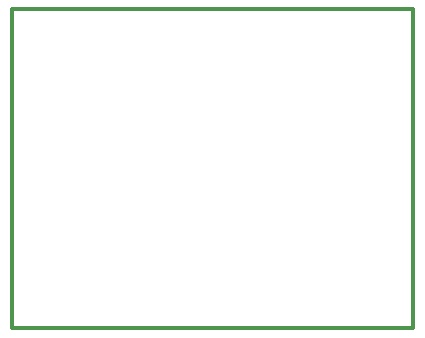
<source format=gbr>
G04 #@! TF.GenerationSoftware,KiCad,Pcbnew,(5.1.4)-1*
G04 #@! TF.CreationDate,2020-06-21T20:29:22+03:00*
G04 #@! TF.ProjectId,naa_g,6e61615f-672e-46b6-9963-61645f706362,rev?*
G04 #@! TF.SameCoordinates,Original*
G04 #@! TF.FileFunction,Profile,NP*
%FSLAX46Y46*%
G04 Gerber Fmt 4.6, Leading zero omitted, Abs format (unit mm)*
G04 Created by KiCad (PCBNEW (5.1.4)-1) date 2020-06-21 20:29:22*
%MOMM*%
%LPD*%
G04 APERTURE LIST*
%ADD10C,0.300000*%
G04 APERTURE END LIST*
D10*
X95000000Y-97000000D02*
X95000000Y-70000000D01*
X129000000Y-97000000D02*
X95000000Y-97000000D01*
X129000000Y-70000000D02*
X129000000Y-97000000D01*
X95000000Y-70000000D02*
X129000000Y-70000000D01*
M02*

</source>
